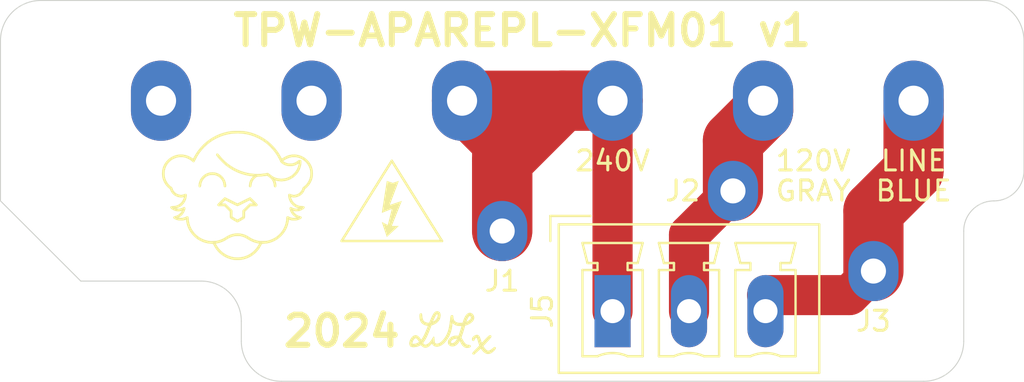
<source format=kicad_pcb>
(kicad_pcb (version 20171130) (host pcbnew "(5.1.10)-1")

  (general
    (thickness 1.6)
    (drawings 19)
    (tracks 17)
    (zones 0)
    (modules 8)
    (nets 4)
  )

  (page A4)
  (layers
    (0 F.Cu signal)
    (31 B.Cu signal)
    (32 B.Adhes user)
    (33 F.Adhes user)
    (34 B.Paste user)
    (35 F.Paste user)
    (36 B.SilkS user)
    (37 F.SilkS user)
    (38 B.Mask user)
    (39 F.Mask user)
    (40 Dwgs.User user)
    (41 Cmts.User user)
    (42 Eco1.User user)
    (43 Eco2.User user)
    (44 Edge.Cuts user)
    (45 Margin user)
    (46 B.CrtYd user)
    (47 F.CrtYd user)
    (48 B.Fab user hide)
    (49 F.Fab user hide)
  )

  (setup
    (last_trace_width 0.25)
    (user_trace_width 0.25)
    (user_trace_width 0.4)
    (user_trace_width 0.5)
    (user_trace_width 0.6)
    (user_trace_width 0.7)
    (user_trace_width 0.75)
    (user_trace_width 1)
    (user_trace_width 1.2)
    (user_trace_width 2)
    (user_trace_width 2.54)
    (user_trace_width 3)
    (user_trace_width 5)
    (user_trace_width 7)
    (user_trace_width 10)
    (trace_clearance 0.2)
    (zone_clearance 0.508)
    (zone_45_only no)
    (trace_min 0.127)
    (via_size 0.8)
    (via_drill 0.4)
    (via_min_size 0.508)
    (via_min_drill 0.254)
    (user_via 0.508 0.254)
    (user_via 0.6 0.3)
    (user_via 0.7 0.3)
    (user_via 0.75 0.3)
    (user_via 0.8 0.35)
    (user_via 0.9 0.425)
    (user_via 1 0.5)
    (user_via 1.25 0.6)
    (user_via 1.5 0.8)
    (uvia_size 0.3)
    (uvia_drill 0.1)
    (uvias_allowed no)
    (uvia_min_size 0.3)
    (uvia_min_drill 0.1)
    (edge_width 0.05)
    (segment_width 0.2)
    (pcb_text_width 0.3)
    (pcb_text_size 1.5 1.5)
    (mod_edge_width 0.12)
    (mod_text_size 1 1)
    (mod_text_width 0.15)
    (pad_size 2.5 3)
    (pad_drill 1.25)
    (pad_to_mask_clearance 0.051)
    (solder_mask_min_width 0.25)
    (aux_axis_origin 0 0)
    (visible_elements 7FFFFF7F)
    (pcbplotparams
      (layerselection 0x010fc_ffffffff)
      (usegerberextensions false)
      (usegerberattributes false)
      (usegerberadvancedattributes false)
      (creategerberjobfile false)
      (excludeedgelayer true)
      (linewidth 0.100000)
      (plotframeref false)
      (viasonmask false)
      (mode 1)
      (useauxorigin false)
      (hpglpennumber 1)
      (hpglpenspeed 20)
      (hpglpendiameter 15.000000)
      (psnegative false)
      (psa4output false)
      (plotreference true)
      (plotvalue true)
      (plotinvisibletext false)
      (padsonsilk false)
      (subtractmaskfromsilk false)
      (outputformat 1)
      (mirror false)
      (drillshape 1)
      (scaleselection 1)
      (outputdirectory ""))
  )

  (net 0 "")
  (net 1 "Net-(J3-Pad1)")
  (net 2 "Net-(J2-Pad1)")
  (net 3 "Net-(J1-Pad1)")

  (net_class Default "This is the default net class."
    (clearance 0.2)
    (trace_width 0.25)
    (via_dia 0.8)
    (via_drill 0.4)
    (uvia_dia 0.3)
    (uvia_drill 0.1)
    (add_net "Net-(J1-Pad1)")
    (add_net "Net-(J2-Pad1)")
    (add_net "Net-(J3-Pad1)")
  )

  (net_class 120VAC ""
    (clearance 3.250001)
    (trace_width 0.325)
    (via_dia 0.8)
    (via_drill 0.4)
    (uvia_dia 0.3)
    (uvia_drill 0.1)
    (diff_pair_width 0.25)
    (diff_pair_gap 3.250001)
  )

  (net_class 12V ""
    (clearance 0.2)
    (trace_width 0.25)
    (via_dia 0.8)
    (via_drill 0.4)
    (uvia_dia 0.3)
    (uvia_drill 0.1)
    (diff_pair_width 0.175)
    (diff_pair_gap 0.175)
  )

  (net_class 240VAC ""
    (clearance 12.75)
    (trace_width 0.35)
    (via_dia 0.8)
    (via_drill 0.4)
    (uvia_dia 0.3)
    (uvia_drill 0.1)
    (diff_pair_width 0.275)
    (diff_pair_gap 12.75)
  )

  (net_class 24V ""
    (clearance 0.25)
    (trace_width 0.275)
    (via_dia 0.8)
    (via_drill 0.4)
    (uvia_dia 0.3)
    (uvia_drill 0.1)
  )

  (net_class 48V ""
    (clearance 0.6)
    (trace_width 0.3)
    (via_dia 0.8)
    (via_drill 0.4)
    (uvia_dia 0.3)
    (uvia_drill 0.1)
    (diff_pair_width 0.225)
    (diff_pair_gap 0.4)
  )

  (net_class Diff_100_Ohm_Outer ""
    (clearance 0.1524)
    (trace_width 0.175006)
    (via_dia 0.508)
    (via_drill 0.254)
    (uvia_dia 0.3)
    (uvia_drill 0.1)
    (diff_pair_width 0.175006)
    (diff_pair_gap 0.1524)
  )

  (net_class SE_50_Ohm_Outer ""
    (clearance 0.29337)
    (trace_width 0.29337)
    (via_dia 0.508)
    (via_drill 0.254)
    (uvia_dia 0.3)
    (uvia_drill 0.1)
    (diff_pair_width 0.29337)
    (diff_pair_gap 0.29337)
  )

  (module TPW-Decorative:webster-face (layer F.Cu) (tedit 0) (tstamp 65D3A53A)
    (at 40.9 39.7)
    (path /65D38DDE)
    (fp_text reference G?1 (at 0 0) (layer F.SilkS) hide
      (effects (font (size 1.524 1.524) (thickness 0.3)))
    )
    (fp_text value WebsterFace (at 0.75 0) (layer F.SilkS) hide
      (effects (font (size 1.524 1.524) (thickness 0.3)))
    )
    (fp_poly (pts (xy -1.235895 -1.119585) (xy -1.135598 -1.097215) (xy -1.041341 -1.060394) (xy -0.953916 -1.0095)
      (xy -0.874119 -0.944911) (xy -0.807646 -0.873125) (xy -0.75488 -0.797213) (xy -0.712027 -0.713397)
      (xy -0.68046 -0.62527) (xy -0.66155 -0.536426) (xy -0.656625 -0.4776) (xy -0.656109 -0.444644)
      (xy -0.657279 -0.423561) (xy -0.660966 -0.410374) (xy -0.667997 -0.401104) (xy -0.673583 -0.396241)
      (xy -0.699811 -0.3833) (xy -0.728144 -0.382272) (xy -0.752963 -0.392983) (xy -0.759243 -0.398859)
      (xy -0.76816 -0.413601) (xy -0.775361 -0.437165) (xy -0.781583 -0.472371) (xy -0.784565 -0.49526)
      (xy -0.799444 -0.580946) (xy -0.823058 -0.655952) (xy -0.857105 -0.723834) (xy -0.903289 -0.788145)
      (xy -0.948532 -0.837812) (xy -0.984137 -0.872081) (xy -1.015876 -0.897941) (xy -1.049483 -0.919623)
      (xy -1.084959 -0.938511) (xy -1.152388 -0.968414) (xy -1.21601 -0.987619) (xy -1.281548 -0.997336)
      (xy -1.354724 -0.998773) (xy -1.36801 -0.998294) (xy -1.462218 -0.987413) (xy -1.548569 -0.962873)
      (xy -1.627963 -0.924259) (xy -1.7013 -0.871155) (xy -1.755073 -0.819194) (xy -1.812875 -0.745234)
      (xy -1.857001 -0.66357) (xy -1.886941 -0.575365) (xy -1.90205 -0.48344) (xy -1.90771 -0.439622)
      (xy -1.916992 -0.409508) (xy -1.931194 -0.3911) (xy -1.951612 -0.382398) (xy -1.9685 -0.381)
      (xy -1.993426 -0.384327) (xy -2.010994 -0.396537) (xy -2.015549 -0.401914) (xy -2.02556 -0.419603)
      (xy -2.030738 -0.442719) (xy -2.031154 -0.473823) (xy -2.026879 -0.515474) (xy -2.019939 -0.559214)
      (xy -1.994512 -0.65975) (xy -1.954494 -0.754239) (xy -1.900199 -0.842092) (xy -1.83194 -0.922722)
      (xy -1.817987 -0.936625) (xy -1.738383 -1.003305) (xy -1.651602 -1.055893) (xy -1.55816 -1.094181)
      (xy -1.458574 -1.117964) (xy -1.35336 -1.127034) (xy -1.341438 -1.127125) (xy -1.235895 -1.119585)) (layer F.SilkS) (width 0.01))
    (fp_poly (pts (xy 0.5513 0.123318) (xy 0.568863 0.136446) (xy 0.59478 0.158984) (xy 0.629645 0.191472)
      (xy 0.67405 0.23445) (xy 0.728589 0.288457) (xy 0.736006 0.295868) (xy 0.788412 0.348406)
      (xy 0.830382 0.391103) (xy 0.862756 0.425297) (xy 0.886374 0.452323) (xy 0.902075 0.473517)
      (xy 0.910698 0.490215) (xy 0.913082 0.503753) (xy 0.910067 0.515468) (xy 0.902493 0.526694)
      (xy 0.891198 0.538769) (xy 0.88961 0.540361) (xy 0.866408 0.563563) (xy 0.559423 0.563563)
      (xy 0.422586 0.700567) (xy 0.28575 0.837572) (xy 0.28575 0.98852) (xy 0.285518 1.043813)
      (xy 0.284722 1.085397) (xy 0.283206 1.115434) (xy 0.280816 1.136084) (xy 0.277398 1.149509)
      (xy 0.273758 1.156588) (xy 0.262297 1.167188) (xy 0.239519 1.183732) (xy 0.207771 1.204835)
      (xy 0.169401 1.229112) (xy 0.126754 1.255181) (xy 0.082179 1.281656) (xy 0.038022 1.307153)
      (xy -0.00337 1.330288) (xy -0.039649 1.349677) (xy -0.068469 1.363935) (xy -0.087482 1.371679)
      (xy -0.092625 1.372674) (xy -0.107536 1.368166) (xy -0.134611 1.355402) (xy -0.17281 1.334938)
      (xy -0.221094 1.307331) (xy -0.277813 1.273507) (xy -0.324284 1.244991) (xy -0.366763 1.218277)
      (xy -0.40316 1.194733) (xy -0.431386 1.175723) (xy -0.449352 1.162614) (xy -0.454422 1.158048)
      (xy -0.459321 1.150435) (xy -0.462931 1.139625) (xy -0.465442 1.123319) (xy -0.467044 1.099213)
      (xy -0.467926 1.065006) (xy -0.468277 1.018397) (xy -0.468313 0.989239) (xy -0.468313 0.837236)
      (xy -0.605318 0.700399) (xy -0.742322 0.563563) (xy -1.048972 0.563563) (xy -1.073102 0.539432)
      (xy -1.08433 0.527316) (xy -1.091722 0.515829) (xy -1.094441 0.503661) (xy -1.091647 0.489504)
      (xy -1.082503 0.472051) (xy -1.06617 0.449992) (xy -1.054476 0.436563) (xy -0.876824 0.436563)
      (xy -0.686996 0.436563) (xy -0.514154 0.609404) (xy -0.341313 0.782245) (xy -0.341313 1.086448)
      (xy -0.216362 1.161631) (xy -0.176552 1.185354) (xy -0.14154 1.20578) (xy -0.113531 1.221658)
      (xy -0.094731 1.231738) (xy -0.087377 1.234791) (xy -0.079606 1.230214) (xy -0.060513 1.218753)
      (xy -0.032344 1.201762) (xy 0.002652 1.180597) (xy 0.037703 1.159359) (xy 0.15875 1.08595)
      (xy 0.15875 0.782245) (xy 0.504432 0.436563) (xy 0.69426 0.436563) (xy 0.52138 0.263145)
      (xy 0.221043 0.413354) (xy 0.156796 0.445348) (xy 0.096692 0.475014) (xy 0.042266 0.501614)
      (xy -0.004945 0.524409) (xy -0.043406 0.542659) (xy -0.07158 0.555628) (xy -0.087932 0.562575)
      (xy -0.091282 0.563563) (xy -0.100739 0.56011) (xy -0.122833 0.550244) (xy -0.156028 0.534704)
      (xy -0.198788 0.514228) (xy -0.249577 0.489554) (xy -0.30686 0.461423) (xy -0.369101 0.430571)
      (xy -0.403606 0.413354) (xy -0.703943 0.263145) (xy -0.790383 0.349854) (xy -0.876824 0.436563)
      (xy -1.054476 0.436563) (xy -1.041809 0.422019) (xy -1.008582 0.386824) (xy -0.965651 0.343099)
      (xy -0.91435 0.291703) (xy -0.862494 0.240227) (xy -0.820531 0.199291) (xy -0.787402 0.167947)
      (xy -0.762044 0.145244) (xy -0.743398 0.130234) (xy -0.730402 0.121967) (xy -0.721996 0.119493)
      (xy -0.721948 0.119494) (xy -0.710896 0.123064) (xy -0.687261 0.133092) (xy -0.652609 0.148837)
      (xy -0.608506 0.169557) (xy -0.556519 0.194513) (xy -0.498213 0.222962) (xy -0.435155 0.254164)
      (xy -0.396877 0.273303) (xy -0.091284 0.426681) (xy 0.216256 0.272872) (xy 0.281512 0.240434)
      (xy 0.342856 0.210325) (xy 0.398736 0.183276) (xy 0.447602 0.160022) (xy 0.487902 0.141296)
      (xy 0.518085 0.127832) (xy 0.536602 0.120362) (xy 0.541498 0.119063) (xy 0.5513 0.123318)) (layer F.SilkS) (width 0.01))
    (fp_poly (pts (xy 0.012964 -3.193345) (xy 0.089369 -3.19105) (xy 0.157684 -3.186917) (xy 0.221785 -3.18054)
      (xy 0.285549 -3.171511) (xy 0.352851 -3.159426) (xy 0.427568 -3.143875) (xy 0.448568 -3.139241)
      (xy 0.634463 -3.0898) (xy 0.815016 -3.025741) (xy 0.989474 -2.947643) (xy 1.157088 -2.856085)
      (xy 1.317107 -2.751644) (xy 1.468779 -2.6349) (xy 1.611354 -2.506431) (xy 1.74408 -2.366816)
      (xy 1.866208 -2.216633) (xy 1.976986 -2.056461) (xy 2.075663 -1.886878) (xy 2.076888 -1.884566)
      (xy 2.099144 -1.844461) (xy 2.115781 -1.818843) (xy 2.126719 -1.807827) (xy 2.129925 -1.807761)
      (xy 2.140089 -1.814443) (xy 2.160253 -1.82778) (xy 2.187196 -1.845642) (xy 2.209092 -1.860177)
      (xy 2.312417 -1.919622) (xy 2.420532 -1.964562) (xy 2.532101 -1.995139) (xy 2.645788 -2.011496)
      (xy 2.760257 -2.013774) (xy 2.874172 -2.002113) (xy 2.986198 -1.976655) (xy 3.094997 -1.937543)
      (xy 3.199235 -1.884917) (xy 3.297575 -1.818919) (xy 3.388682 -1.73969) (xy 3.393672 -1.734735)
      (xy 3.475852 -1.641906) (xy 3.543754 -1.542201) (xy 3.597223 -1.435997) (xy 3.636103 -1.323669)
      (xy 3.66024 -1.205593) (xy 3.669477 -1.082145) (xy 3.669577 -1.067594) (xy 3.663472 -0.951083)
      (xy 3.644656 -0.841666) (xy 3.612372 -0.736829) (xy 3.565868 -0.634057) (xy 3.511983 -0.542408)
      (xy 3.473747 -0.489328) (xy 3.427447 -0.434158) (xy 3.37759 -0.381832) (xy 3.328681 -0.337288)
      (xy 3.313959 -0.325479) (xy 3.282159 -0.296778) (xy 3.264159 -0.269944) (xy 3.261614 -0.263264)
      (xy 3.226902 -0.180763) (xy 3.179617 -0.105927) (xy 3.121438 -0.039773) (xy 3.054044 0.016681)
      (xy 2.979114 0.062421) (xy 2.898327 0.096427) (xy 2.813362 0.117685) (xy 2.725897 0.125176)
      (xy 2.637611 0.117884) (xy 2.633492 0.117165) (xy 2.572203 0.106199) (xy 2.576948 0.126521)
      (xy 2.605474 0.214131) (xy 2.648544 0.296303) (xy 2.705336 0.371576) (xy 2.729825 0.39755)
      (xy 2.79665 0.456034) (xy 2.867267 0.500808) (xy 2.943796 0.532767) (xy 3.028361 0.552806)
      (xy 3.118942 0.561655) (xy 3.160781 0.563662) (xy 3.189872 0.565927) (xy 3.20934 0.569051)
      (xy 3.222308 0.573634) (xy 3.231899 0.580278) (xy 3.236021 0.584174) (xy 3.252168 0.608784)
      (xy 3.252807 0.634982) (xy 3.237873 0.662958) (xy 3.207301 0.692905) (xy 3.19643 0.701299)
      (xy 3.131974 0.742621) (xy 3.060607 0.777524) (xy 3.012281 0.795417) (xy 2.967024 0.805988)
      (xy 2.913114 0.812705) (xy 2.854999 0.81556) (xy 2.797125 0.814541) (xy 2.743941 0.809639)
      (xy 2.699895 0.800843) (xy 2.685667 0.796169) (xy 2.679574 0.797611) (xy 2.682366 0.808879)
      (xy 2.69263 0.827716) (xy 2.708955 0.851863) (xy 2.729931 0.879063) (xy 2.754144 0.907059)
      (xy 2.756793 0.909926) (xy 2.809815 0.959217) (xy 2.869448 1.001392) (xy 2.931878 1.034235)
      (xy 2.99329 1.055529) (xy 3.015163 1.060065) (xy 3.055794 1.069411) (xy 3.082715 1.082668)
      (xy 3.097931 1.101492) (xy 3.103445 1.127535) (xy 3.103562 1.133024) (xy 3.101551 1.151334)
      (xy 3.093939 1.166435) (xy 3.078359 1.180497) (xy 3.052444 1.195692) (xy 3.01625 1.213082)
      (xy 2.965298 1.235453) (xy 2.921972 1.251655) (xy 2.881745 1.262618) (xy 2.840091 1.269269)
      (xy 2.792482 1.272537) (xy 2.734392 1.273349) (xy 2.722562 1.273307) (xy 2.659517 1.271941)
      (xy 2.608317 1.268176) (xy 2.565028 1.261382) (xy 2.52572 1.250926) (xy 2.48646 1.236176)
      (xy 2.483428 1.234888) (xy 2.47621 1.234189) (xy 2.471301 1.241493) (xy 2.467569 1.259668)
      (xy 2.464905 1.281733) (xy 2.452681 1.360424) (xy 2.432738 1.446632) (xy 2.406665 1.535013)
      (xy 2.376051 1.620226) (xy 2.342486 1.696929) (xy 2.339692 1.702594) (xy 2.269135 1.827143)
      (xy 2.186723 1.942078) (xy 2.09348 2.046725) (xy 1.990425 2.140412) (xy 1.87858 2.222466)
      (xy 1.758967 2.292215) (xy 1.632607 2.348986) (xy 1.500521 2.392108) (xy 1.36373 2.420907)
      (xy 1.228165 2.434492) (xy 1.126798 2.439224) (xy 1.075009 2.539846) (xy 1.003113 2.662583)
      (xy 0.918829 2.77626) (xy 0.823236 2.879934) (xy 0.717416 2.972664) (xy 0.602447 3.053506)
      (xy 0.47941 3.12152) (xy 0.349385 3.175762) (xy 0.343882 3.177692) (xy 0.213046 3.215865)
      (xy 0.079161 3.240812) (xy -0.054851 3.252187) (xy -0.186068 3.249646) (xy -0.230188 3.245475)
      (xy -0.372017 3.221433) (xy -0.508926 3.182848) (xy -0.639909 3.130412) (xy -0.763959 3.064815)
      (xy -0.880073 2.986748) (xy -0.987243 2.896901) (xy -1.084465 2.795966) (xy -1.170732 2.684632)
      (xy -1.24504 2.563591) (xy -1.257563 2.539864) (xy -1.309362 2.439224) (xy -1.410728 2.434661)
      (xy -1.464902 2.429194) (xy -1.174818 2.429194) (xy -1.151787 2.474675) (xy -1.137254 2.501262)
      (xy -1.116996 2.535587) (xy -1.094235 2.572275) (xy -1.081019 2.592729) (xy -1.000817 2.700604)
      (xy -0.909801 2.797653) (xy -0.809188 2.883302) (xy -0.700195 2.956973) (xy -0.584038 3.01809)
      (xy -0.461932 3.066078) (xy -0.335094 3.100361) (xy -0.20474 3.120361) (xy -0.072087 3.125504)
      (xy 0.030078 3.119061) (xy 0.16711 3.096559) (xy 0.298277 3.059545) (xy 0.422804 3.008542)
      (xy 0.539915 2.944072) (xy 0.648838 2.866661) (xy 0.748797 2.776831) (xy 0.839017 2.675107)
      (xy 0.918725 2.562011) (xy 0.960585 2.49002) (xy 0.976138 2.460891) (xy 0.984792 2.44281)
      (xy 0.987195 2.432862) (xy 0.98399 2.428128) (xy 0.975824 2.425689) (xy 0.974863 2.425481)
      (xy 0.958734 2.422171) (xy 0.931973 2.416847) (xy 0.899538 2.410493) (xy 0.889 2.408447)
      (xy 0.776133 2.379825) (xy 0.660644 2.337632) (xy 0.545548 2.283139) (xy 0.433859 2.217614)
      (xy 0.430401 2.215366) (xy 0.334266 2.157679) (xy 0.242497 2.113138) (xy 0.152599 2.080572)
      (xy 0.128633 2.073764) (xy 0.098831 2.066162) (xy 0.072501 2.060676) (xy 0.046037 2.056969)
      (xy 0.015831 2.0547) (xy -0.021722 2.053531) (xy -0.07023 2.053122) (xy -0.091282 2.053096)
      (xy -0.14421 2.053274) (xy -0.184868 2.05406) (xy -0.216862 2.055805) (xy -0.243794 2.058861)
      (xy -0.269268 2.063577) (xy -0.296889 2.070306) (xy -0.313253 2.074704) (xy -0.398244 2.102491)
      (xy -0.482299 2.139592) (xy -0.569096 2.187732) (xy -0.612964 2.215366) (xy -0.730982 2.284861)
      (xy -0.85153 2.341414) (xy -0.972474 2.384128) (xy -1.071563 2.408415) (xy -1.104668 2.414884)
      (xy -1.133571 2.420606) (xy -1.153355 2.424605) (xy -1.156925 2.425355) (xy -1.174818 2.429194)
      (xy -1.464902 2.429194) (xy -1.55141 2.420464) (xy -1.689058 2.390851) (xy -1.822864 2.346127)
      (xy -1.952024 2.286593) (xy -2.075729 2.212554) (xy -2.155032 2.155081) (xy -2.236169 2.084812)
      (xy -2.315556 2.002731) (xy -2.389921 1.912829) (xy -2.455992 1.819093) (xy -2.5105 1.725512)
      (xy -2.515695 1.715308) (xy -2.553951 1.630532) (xy -2.587878 1.538752) (xy -2.615956 1.444962)
      (xy -2.636661 1.354155) (xy -2.647266 1.283623) (xy -2.652672 1.233143) (xy -2.717383 1.253026)
      (xy -2.74491 1.260931) (xy -2.770018 1.266466) (xy -2.796617 1.270054) (xy -2.82862 1.272119)
      (xy -2.869937 1.273082) (xy -2.905125 1.273324) (xy -2.966929 1.272677) (xy -3.017335 1.269674)
      (xy -3.060755 1.263416) (xy -3.101601 1.253005) (xy -3.144284 1.237545) (xy -3.193214 1.216136)
      (xy -3.198813 1.213544) (xy -3.236431 1.195196) (xy -3.261576 1.180118) (xy -3.276643 1.166006)
      (xy -3.284025 1.150559) (xy -3.286115 1.131476) (xy -3.286125 1.129577) (xy -3.278903 1.100357)
      (xy -3.258993 1.078355) (xy -3.232749 1.067338) (xy -3.189162 1.057715) (xy -3.155981 1.048954)
      (xy -3.127943 1.039357) (xy -3.099788 1.027226) (xy -3.081986 1.018681) (xy -3.028602 0.986638)
      (xy -2.97507 0.94424) (xy -2.926566 0.89609) (xy -2.888265 0.846787) (xy -2.887781 0.846041)
      (xy -2.873109 0.822711) (xy -2.862967 0.805328) (xy -2.85939 0.797396) (xy -2.859449 0.797274)
      (xy -2.86761 0.797851) (xy -2.887038 0.80114) (xy -2.913063 0.806333) (xy -2.969944 0.814301)
      (xy -3.034263 0.816803) (xy -3.098561 0.813851) (xy -3.153046 0.805959) (xy -3.201243 0.792086)
      (xy -3.255561 0.77058) (xy -3.310094 0.744171) (xy -3.358934 0.715585) (xy -3.378994 0.701612)
      (xy -3.413725 0.670921) (xy -3.432849 0.642395) (xy -3.436451 0.615788) (xy -3.424613 0.59085)
      (xy -3.418584 0.584174) (xy -3.409496 0.576386) (xy -3.398463 0.570933) (xy -3.382361 0.567215)
      (xy -3.358067 0.564631) (xy -3.322456 0.562581) (xy -3.301506 0.561655) (xy -3.207245 0.552203)
      (xy -3.123054 0.531689) (xy -3.046811 0.499219) (xy -2.976393 0.453896) (xy -2.912388 0.39755)
      (xy -2.850697 0.325218) (xy -2.80242 0.245444) (xy -2.768382 0.159689) (xy -2.759512 0.126521)
      (xy -2.754766 0.106199) (xy -2.816055 0.117165) (xy -2.903911 0.125089) (xy -2.991176 0.11821)
      (xy -3.076146 0.097558) (xy -3.157118 0.064165) (xy -3.232388 0.019064) (xy -3.300253 -0.036714)
      (xy -3.359008 -0.102137) (xy -3.406951 -0.176174) (xy -3.442377 -0.257792) (xy -3.444183 -0.263264)
      (xy -3.458842 -0.289775) (xy -3.48678 -0.317677) (xy -3.496681 -0.325601) (xy -3.538766 -0.36164)
      (xy -3.584399 -0.406707) (xy -3.629147 -0.456104) (xy -3.66858 -0.505134) (xy -3.67709 -0.516787)
      (xy -3.74211 -0.620928) (xy -3.792053 -0.729981) (xy -3.826972 -0.84411) (xy -3.846918 -0.963478)
      (xy -3.85214 -1.067594) (xy -3.849947 -1.104137) (xy -3.72563 -1.104137) (xy -3.723834 -0.99351)
      (xy -3.707163 -0.884405) (xy -3.698138 -0.848337) (xy -3.679507 -0.792579) (xy -3.653571 -0.730905)
      (xy -3.623239 -0.669428) (xy -3.591419 -0.614261) (xy -3.575248 -0.590093) (xy -3.541194 -0.546745)
      (xy -3.500353 -0.501536) (xy -3.456914 -0.458685) (xy -3.415064 -0.422412) (xy -3.391364 -0.404812)
      (xy -3.368121 -0.388068) (xy -3.352181 -0.372807) (xy -3.340634 -0.354637) (xy -3.330571 -0.32917)
      (xy -3.321088 -0.298763) (xy -3.293689 -0.233464) (xy -3.252873 -0.172549) (xy -3.200919 -0.118032)
      (xy -3.140107 -0.071925) (xy -3.072718 -0.036242) (xy -3.00103 -0.012998) (xy -2.996407 -0.011993)
      (xy -2.916618 -0.001769) (xy -2.840549 -0.006169) (xy -2.765087 -0.025484) (xy -2.736693 -0.036472)
      (xy -2.702473 -0.049441) (xy -2.678008 -0.054322) (xy -2.659354 -0.051056) (xy -2.642571 -0.039582)
      (xy -2.637733 -0.034954) (xy -2.627843 -0.024187) (xy -2.622067 -0.013539) (xy -2.619679 0.001081)
      (xy -2.619952 0.023763) (xy -2.621864 0.054343) (xy -2.636314 0.151475) (xy -2.66538 0.246296)
      (xy -2.707824 0.33652) (xy -2.762408 0.419864) (xy -2.827894 0.494045) (xy -2.888398 0.546085)
      (xy -2.945778 0.585402) (xy -3.005676 0.619476) (xy -3.063496 0.645897) (xy -3.105547 0.660005)
      (xy -3.127288 0.666761) (xy -3.140912 0.672856) (xy -3.143251 0.675295) (xy -3.135781 0.680509)
      (xy -3.115233 0.684953) (xy -3.084398 0.688276) (xy -3.046068 0.690122) (xy -3.024188 0.690381)
      (xy -2.969963 0.687342) (xy -2.918787 0.677349) (xy -2.865585 0.659069) (xy -2.812285 0.634681)
      (xy -2.78086 0.619412) (xy -2.759792 0.610644) (xy -2.745407 0.607453) (xy -2.734029 0.608913)
      (xy -2.724879 0.612687) (xy -2.705298 0.627714) (xy -2.691832 0.646255) (xy -2.687052 0.658607)
      (xy -2.685678 0.671771) (xy -2.688131 0.689607) (xy -2.694833 0.715972) (xy -2.702239 0.741433)
      (xy -2.737659 0.834735) (xy -2.785685 0.920219) (xy -2.845168 0.996407) (xy -2.914961 1.061825)
      (xy -2.992116 1.113985) (xy -3.03545 1.138454) (xy -3.004022 1.145308) (xy -2.982905 1.147843)
      (xy -2.950868 1.149243) (xy -2.912834 1.14937) (xy -2.885282 1.148629) (xy -2.818083 1.142518)
      (xy -2.754969 1.130313) (xy -2.699406 1.112947) (xy -2.654858 1.091349) (xy -2.643524 1.083717)
      (xy -2.611541 1.067164) (xy -2.581265 1.064856) (xy -2.554973 1.076817) (xy -2.548643 1.082719)
      (xy -2.539875 1.094124) (xy -2.534148 1.108396) (xy -2.530592 1.129399) (xy -2.528339 1.160998)
      (xy -2.527668 1.175984) (xy -2.514467 1.309561) (xy -2.486462 1.439141) (xy -2.444442 1.563691)
      (xy -2.389193 1.682179) (xy -2.321506 1.793571) (xy -2.242167 1.896834) (xy -2.151964 1.990935)
      (xy -2.051685 2.074841) (xy -1.942119 2.147518) (xy -1.824054 2.207935) (xy -1.706563 2.252453)
      (xy -1.644434 2.270406) (xy -1.578095 2.28647) (xy -1.514564 2.299047) (xy -1.476375 2.304815)
      (xy -1.441495 2.307312) (xy -1.394892 2.307984) (xy -1.34059 2.307029) (xy -1.282611 2.304644)
      (xy -1.224978 2.301027) (xy -1.171716 2.296374) (xy -1.126846 2.290882) (xy -1.101733 2.286464)
      (xy -0.969751 2.250387) (xy -0.842759 2.199661) (xy -0.719776 2.133867) (xy -0.670719 2.102729)
      (xy -0.610508 2.064205) (xy -0.557098 2.033679) (xy -0.505411 2.008617) (xy -0.450372 1.986481)
      (xy -0.408882 1.971954) (xy -0.291019 1.940731) (xy -0.169336 1.924139) (xy -0.046171 1.92218)
      (xy 0.076139 1.934852) (xy 0.195254 1.962156) (xy 0.226319 1.971954) (xy 0.287698 1.994037)
      (xy 0.342245 2.01749) (xy 0.39523 2.044935) (xy 0.451927 2.078991) (xy 0.485475 2.100743)
      (xy 0.605523 2.172041) (xy 0.727877 2.228405) (xy 0.854739 2.270773) (xy 0.923223 2.287587)
      (xy 0.955947 2.294128) (xy 0.987205 2.298884) (xy 1.020573 2.302125) (xy 1.059626 2.304122)
      (xy 1.107937 2.305147) (xy 1.158875 2.305456) (xy 1.236131 2.304541) (xy 1.302113 2.301015)
      (xy 1.361299 2.294214) (xy 1.418171 2.283468) (xy 1.477208 2.268113) (xy 1.538414 2.248968)
      (xy 1.66173 2.199984) (xy 1.777633 2.137705) (xy 1.885256 2.063229) (xy 1.983732 1.977652)
      (xy 2.072193 1.882071) (xy 2.149772 1.777585) (xy 2.215602 1.66529) (xy 2.268816 1.546284)
      (xy 2.308546 1.421664) (xy 2.333925 1.292528) (xy 2.340345 1.234281) (xy 2.343372 1.196292)
      (xy 2.345813 1.162091) (xy 2.34737 1.136053) (xy 2.347781 1.124521) (xy 2.354966 1.098205)
      (xy 2.373185 1.076732) (xy 2.397857 1.064736) (xy 2.408003 1.063625) (xy 2.430003 1.068165)
      (xy 2.454597 1.079429) (xy 2.460198 1.082994) (xy 2.506444 1.107844) (xy 2.564041 1.127794)
      (xy 2.628918 1.141726) (xy 2.697007 1.14852) (xy 2.69875 1.148591) (xy 2.737991 1.149333)
      (xy 2.775394 1.148695) (xy 2.805542 1.146829) (xy 2.817658 1.145229) (xy 2.853224 1.138644)
      (xy 2.809625 1.114039) (xy 2.731615 1.061074) (xy 2.662353 0.995851) (xy 2.603252 0.920192)
      (xy 2.555723 0.835915) (xy 2.521179 0.744842) (xy 2.519944 0.740585) (xy 2.510293 0.705484)
      (xy 2.505117 0.681686) (xy 2.504006 0.665391) (xy 2.50655 0.652798) (xy 2.509675 0.645407)
      (xy 2.524855 0.62546) (xy 2.542316 0.612687) (xy 2.553932 0.608231) (xy 2.565708 0.607711)
      (xy 2.581336 0.612043) (xy 2.60451 0.622141) (xy 2.629556 0.63429) (xy 2.697423 0.663765)
      (xy 2.75986 0.681913) (xy 2.821261 0.68988) (xy 2.845277 0.690475) (xy 2.884907 0.689446)
      (xy 2.919017 0.686748) (xy 2.944641 0.68277) (xy 2.958817 0.677903) (xy 2.960687 0.675295)
      (xy 2.953736 0.670437) (xy 2.93601 0.663874) (xy 2.922984 0.660122) (xy 2.89789 0.651813)
      (xy 2.864906 0.638604) (xy 2.830184 0.623001) (xy 2.821711 0.6189) (xy 2.734811 0.567588)
      (xy 2.656862 0.504364) (xy 2.588975 0.430871) (xy 2.532264 0.348752) (xy 2.487841 0.259648)
      (xy 2.456818 0.165202) (xy 2.440307 0.067057) (xy 2.439301 0.054343) (xy 2.437259 0.020944)
      (xy 2.437226 -0.000722) (xy 2.439929 -0.014746) (xy 2.446093 -0.025218) (xy 2.45517 -0.034954)
      (xy 2.472132 -0.048708) (xy 2.489874 -0.054237) (xy 2.512338 -0.051601) (xy 2.543467 -0.040862)
      (xy 2.554129 -0.036472) (xy 2.60565 -0.018825) (xy 2.66165 -0.006235) (xy 2.714266 -0.000362)
      (xy 2.726004 -0.000138) (xy 2.772566 -0.004295) (xy 2.825815 -0.015299) (xy 2.879046 -0.031475)
      (xy 2.921 -0.048875) (xy 2.972179 -0.080165) (xy 3.021493 -0.121903) (xy 3.066322 -0.17087)
      (xy 3.10405 -0.223846) (xy 3.132059 -0.277612) (xy 3.147461 -0.327443) (xy 3.150575 -0.341213)
      (xy 3.155553 -0.353119) (xy 3.16439 -0.365324) (xy 3.179083 -0.379989) (xy 3.201627 -0.399277)
      (xy 3.234018 -0.425349) (xy 3.2483 -0.436674) (xy 3.321153 -0.503919) (xy 3.386465 -0.583792)
      (xy 3.442571 -0.674173) (xy 3.457089 -0.702469) (xy 3.502039 -0.810785) (xy 3.531134 -0.919875)
      (xy 3.544374 -1.029724) (xy 3.541756 -1.140317) (xy 3.523281 -1.251639) (xy 3.496768 -1.342111)
      (xy 3.456298 -1.437589) (xy 3.403664 -1.525947) (xy 3.337523 -1.609217) (xy 3.282812 -1.665239)
      (xy 3.196846 -1.736434) (xy 3.102682 -1.794345) (xy 2.999588 -1.839377) (xy 2.924968 -1.862593)
      (xy 2.891388 -1.871036) (xy 2.862088 -1.876894) (xy 2.832729 -1.880619) (xy 2.79897 -1.882657)
      (xy 2.75647 -1.883458) (xy 2.722562 -1.883529) (xy 2.671712 -1.883121) (xy 2.632359 -1.881757)
      (xy 2.600132 -1.87898) (xy 2.57066 -1.874337) (xy 2.539574 -1.867374) (xy 2.520722 -1.862526)
      (xy 2.432217 -1.83315) (xy 2.34356 -1.792721) (xy 2.261543 -1.74446) (xy 2.239696 -1.729261)
      (xy 2.181486 -1.687075) (xy 2.203977 -1.668664) (xy 2.231232 -1.650206) (xy 2.268989 -1.629704)
      (xy 2.31245 -1.609353) (xy 2.35682 -1.591348) (xy 2.397301 -1.577886) (xy 2.409031 -1.574804)
      (xy 2.465036 -1.565631) (xy 2.52907 -1.561958) (xy 2.594266 -1.563786) (xy 2.65376 -1.571117)
      (xy 2.670968 -1.574743) (xy 2.734825 -1.595313) (xy 2.801124 -1.625972) (xy 2.863627 -1.66352)
      (xy 2.904756 -1.694697) (xy 2.930024 -1.715846) (xy 2.94814 -1.728739) (xy 2.964029 -1.735419)
      (xy 2.98262 -1.737929) (xy 3.008839 -1.738312) (xy 3.009928 -1.738313) (xy 3.045935 -1.736773)
      (xy 3.070274 -1.730479) (xy 3.085162 -1.716913) (xy 3.092816 -1.69356) (xy 3.095452 -1.657902)
      (xy 3.095599 -1.641078) (xy 3.089027 -1.54513) (xy 3.070044 -1.444508) (xy 3.039645 -1.343046)
      (xy 2.998822 -1.244574) (xy 2.986186 -1.219084) (xy 2.923385 -1.113725) (xy 2.849123 -1.018309)
      (xy 2.764674 -0.933414) (xy 2.671311 -0.859618) (xy 2.570307 -0.797499) (xy 2.462934 -0.747636)
      (xy 2.350466 -0.710607) (xy 2.234176 -0.686989) (xy 2.115336 -0.67736) (xy 1.99522 -0.682299)
      (xy 1.875101 -0.702384) (xy 1.85766 -0.706613) (xy 1.829199 -0.713335) (xy 1.80734 -0.717634)
      (xy 1.796034 -0.718756) (xy 1.795369 -0.718516) (xy 1.796304 -0.710093) (xy 1.801817 -0.691305)
      (xy 1.808995 -0.670912) (xy 1.820387 -0.634305) (xy 1.831244 -0.588764) (xy 1.840449 -0.540219)
      (xy 1.846884 -0.494594) (xy 1.849432 -0.457819) (xy 1.849437 -0.456437) (xy 1.843881 -0.420613)
      (xy 1.827814 -0.39567) (xy 1.802135 -0.382679) (xy 1.785937 -0.381) (xy 1.760871 -0.384549)
      (xy 1.742849 -0.396527) (xy 1.730575 -0.418934) (xy 1.722751 -0.45377) (xy 1.719486 -0.48344)
      (xy 1.707414 -0.560826) (xy 1.685147 -0.637829) (xy 1.661127 -0.694531) (xy 1.62968 -0.748365)
      (xy 1.5908 -0.797049) (xy 1.541472 -0.844021) (xy 1.503181 -0.874655) (xy 1.463671 -0.904787)
      (xy 1.434126 -0.926861) (xy 1.411461 -0.941867) (xy 1.392595 -0.95079) (xy 1.374443 -0.954617)
      (xy 1.353923 -0.954335) (xy 1.327952 -0.950931) (xy 1.293445 -0.945392) (xy 1.285875 -0.944211)
      (xy 1.243308 -0.938465) (xy 1.190159 -0.932523) (xy 1.131704 -0.926905) (xy 1.073218 -0.922135)
      (xy 1.039812 -0.919866) (xy 0.981386 -0.916034) (xy 0.935796 -0.911879) (xy 0.900025 -0.906234)
      (xy 0.871058 -0.897931) (xy 0.845877 -0.885801) (xy 0.821467 -0.868678) (xy 0.794811 -0.845392)
      (xy 0.762892 -0.814776) (xy 0.75927 -0.811243) (xy 0.703108 -0.746373) (xy 0.659935 -0.67371)
      (xy 0.629278 -0.592241) (xy 0.610663 -0.500957) (xy 0.60955 -0.492125) (xy 0.603488 -0.450422)
      (xy 0.596605 -0.421796) (xy 0.588154 -0.403449) (xy 0.584617 -0.398859) (xy 0.562108 -0.384429)
      (xy 0.534288 -0.381683) (xy 0.506773 -0.390794) (xy 0.498957 -0.396236) (xy 0.489546 -0.405332)
      (xy 0.484066 -0.41636) (xy 0.481603 -0.433428) (xy 0.481246 -0.460642) (xy 0.48148 -0.474872)
      (xy 0.490565 -0.560865) (xy 0.51358 -0.648114) (xy 0.5492 -0.733478) (xy 0.596099 -0.813816)
      (xy 0.652955 -0.885988) (xy 0.656495 -0.88982) (xy 0.690556 -0.926359) (xy 0.633012 -0.931274)
      (xy 0.57302 -0.938152) (xy 0.502564 -0.949125) (xy 0.426262 -0.96334) (xy 0.348735 -0.979945)
      (xy 0.282959 -0.995911) (xy 0.095283 -1.051689) (xy -0.084443 -1.120268) (xy -0.257591 -1.202323)
      (xy -0.425531 -1.29853) (xy -0.589636 -1.409562) (xy -0.650875 -1.455475) (xy -0.694314 -1.490781)
      (xy -0.742526 -1.533191) (xy -0.793986 -1.581081) (xy -0.84717 -1.632825) (xy -0.900553 -1.686799)
      (xy -0.95261 -1.741378) (xy -1.001817 -1.794937) (xy -1.046649 -1.845851) (xy -1.085581 -1.892497)
      (xy -1.11709 -1.933247) (xy -1.139649 -1.96648) (xy -1.150956 -1.988392) (xy -1.153626 -2.015698)
      (xy -1.142514 -2.04122) (xy -1.119542 -2.060863) (xy -1.116075 -2.062633) (xy -1.097745 -2.068239)
      (xy -1.079688 -2.06589) (xy -1.059997 -2.054302) (xy -1.036768 -2.032189) (xy -1.008095 -1.998266)
      (xy -0.994139 -1.980406) (xy -0.870057 -1.83206) (xy -0.734852 -1.694708) (xy -0.589344 -1.568889)
      (xy -0.434355 -1.455142) (xy -0.270708 -1.354006) (xy -0.099223 -1.266019) (xy 0.079278 -1.191721)
      (xy 0.263972 -1.13165) (xy 0.325024 -1.115324) (xy 0.469942 -1.084009) (xy 0.621746 -1.061263)
      (xy 0.775497 -1.047553) (xy 0.926258 -1.043344) (xy 1.045761 -1.04741) (xy 1.126893 -1.053724)
      (xy 1.204541 -1.06166) (xy 1.275308 -1.070796) (xy 1.335797 -1.080712) (xy 1.367876 -1.087348)
      (xy 1.401419 -1.093599) (xy 1.425577 -1.093201) (xy 1.445798 -1.085166) (xy 1.46643 -1.069466)
      (xy 1.48986 -1.050514) (xy 1.519131 -1.028739) (xy 1.539904 -1.014283) (xy 1.571472 -0.991853)
      (xy 1.605226 -0.965962) (xy 1.62359 -0.950895) (xy 1.665751 -0.920807) (xy 1.719946 -0.891249)
      (xy 1.782386 -0.864036) (xy 1.849282 -0.840985) (xy 1.858822 -0.838183) (xy 1.971253 -0.813789)
      (xy 2.083479 -0.80458) (xy 2.194283 -0.8099) (xy 2.302447 -0.829091) (xy 2.406755 -0.861498)
      (xy 2.505989 -0.906461) (xy 2.59893 -0.963326) (xy 2.684363 -1.031434) (xy 2.76107 -1.110129)
      (xy 2.827832 -1.198753) (xy 2.883434 -1.29665) (xy 2.926657 -1.403163) (xy 2.931064 -1.416844)
      (xy 2.941314 -1.45185) (xy 2.950152 -1.486089) (xy 2.955889 -1.512941) (xy 2.956399 -1.516062)
      (xy 2.960581 -1.541008) (xy 2.964563 -1.560904) (xy 2.96569 -1.56542) (xy 2.962514 -1.568969)
      (xy 2.948131 -1.563563) (xy 2.921979 -1.548949) (xy 2.902428 -1.536927) (xy 2.812073 -1.489381)
      (xy 2.716383 -1.456288) (xy 2.616989 -1.437838) (xy 2.515521 -1.434219) (xy 2.41361 -1.445619)
      (xy 2.320547 -1.469639) (xy 2.262087 -1.49231) (xy 2.205433 -1.520357) (xy 2.15292 -1.552103)
      (xy 2.106882 -1.585875) (xy 2.069654 -1.619998) (xy 2.043571 -1.652799) (xy 2.032528 -1.67618)
      (xy 2.024779 -1.697182) (xy 2.011642 -1.727856) (xy 1.995069 -1.7638) (xy 1.979942 -1.7948)
      (xy 1.887836 -1.960999) (xy 1.7831 -2.118064) (xy 1.666483 -2.265388) (xy 1.538735 -2.402364)
      (xy 1.400605 -2.528385) (xy 1.252842 -2.642844) (xy 1.096196 -2.745133) (xy 0.931416 -2.834645)
      (xy 0.759252 -2.910772) (xy 0.580454 -2.972909) (xy 0.49674 -2.996482) (xy 0.310871 -3.037066)
      (xy 0.124615 -3.062142) (xy -0.061217 -3.072028) (xy -0.245813 -3.067044) (xy -0.428363 -3.047511)
      (xy -0.608055 -3.013749) (xy -0.784079 -2.966079) (xy -0.955624 -2.904819) (xy -1.121878 -2.83029)
      (xy -1.28203 -2.742813) (xy -1.435269 -2.642708) (xy -1.580785 -2.530294) (xy -1.717766 -2.405892)
      (xy -1.845401 -2.269821) (xy -1.962879 -2.122403) (xy -2.053117 -1.990037) (xy -2.074599 -1.95439)
      (xy -2.100337 -1.909005) (xy -2.127804 -1.858497) (xy -2.154468 -1.807479) (xy -2.168441 -1.77973)
      (xy -2.189958 -1.737461) (xy -2.210294 -1.699663) (xy -2.227997 -1.668875) (xy -2.241612 -1.647634)
      (xy -2.249085 -1.638839) (xy -2.268265 -1.629286) (xy -2.287748 -1.629201) (xy -2.310346 -1.639492)
      (xy -2.338874 -1.661069) (xy -2.351185 -1.671817) (xy -2.442919 -1.743891) (xy -2.541099 -1.801589)
      (xy -2.646697 -1.845434) (xy -2.705054 -1.862985) (xy -2.740619 -1.871706) (xy -2.77281 -1.877651)
      (xy -2.806438 -1.88135) (xy -2.846312 -1.883331) (xy -2.897188 -1.884124) (xy -2.959504 -1.883576)
      (xy -3.011176 -1.880554) (xy -3.057339 -1.87435) (xy -3.103126 -1.864249) (xy -3.15367 -1.849541)
      (xy -3.159125 -1.847808) (xy -3.215244 -1.826659) (xy -3.276381 -1.798296) (xy -3.335749 -1.76612)
      (xy -3.385344 -1.734402) (xy -3.421039 -1.70592) (xy -3.461855 -1.668383) (xy -3.503912 -1.625812)
      (xy -3.543334 -1.58223) (xy -3.576243 -1.541661) (xy -3.590518 -1.521551) (xy -3.644997 -1.424992)
      (xy -3.68589 -1.321893) (xy -3.712875 -1.21427) (xy -3.72563 -1.104137) (xy -3.849947 -1.104137)
      (xy -3.844689 -1.191715) (xy -3.8224 -1.310227) (xy -3.785367 -1.4229) (xy -3.733686 -1.529502)
      (xy -3.667453 -1.629805) (xy -3.586763 -1.723577) (xy -3.576005 -1.734488) (xy -3.483428 -1.816248)
      (xy -3.383526 -1.884321) (xy -3.277446 -1.938433) (xy -3.166337 -1.978315) (xy -3.051346 -2.003695)
      (xy -2.933622 -2.014302) (xy -2.814311 -2.009863) (xy -2.694562 -1.990109) (xy -2.603177 -1.964423)
      (xy -2.535868 -1.93892) (xy -2.469621 -1.907104) (xy -2.400803 -1.86703) (xy -2.325779 -1.816752)
      (xy -2.32074 -1.813183) (xy -2.313846 -1.809053) (xy -2.307583 -1.808865) (xy -2.300448 -1.814493)
      (xy -2.290937 -1.827807) (xy -2.277548 -1.850681) (xy -2.258777 -1.884988) (xy -2.249929 -1.901396)
      (xy -2.149513 -2.071581) (xy -2.03719 -2.231862) (xy -1.913644 -2.381728) (xy -1.779559 -2.52067)
      (xy -1.635617 -2.648179) (xy -1.482504 -2.763747) (xy -1.320903 -2.866862) (xy -1.151497 -2.957017)
      (xy -0.974971 -3.033702) (xy -0.792009 -3.096408) (xy -0.603293 -3.144625) (xy -0.571862 -3.151111)
      (xy -0.504177 -3.164103) (xy -0.444019 -3.174309) (xy -0.387885 -3.182034) (xy -0.332273 -3.187582)
      (xy -0.273678 -3.191257) (xy -0.2086 -3.193362) (xy -0.133533 -3.194203) (xy -0.075407 -3.194208)
      (xy 0.012964 -3.193345)) (layer F.SilkS) (width 0.01))
  )

  (module TPW-Decorative:sig-wlx (layer F.Cu) (tedit 637727B1) (tstamp 65D3A533)
    (at 51.5 46.5)
    (path /65D38764)
    (attr virtual)
    (fp_text reference G1 (at 0 0.1) (layer F.SilkS) hide
      (effects (font (size 1.524 1.524) (thickness 0.3)))
    )
    (fp_text value WLX (at 0.75 0.1) (layer F.SilkS) hide
      (effects (font (size 1.524 1.524) (thickness 0.3)))
    )
    (fp_poly (pts (xy 1.270162 0.189318) (xy 1.312612 0.205475) (xy 1.317698 0.208672) (xy 1.339905 0.226479)
      (xy 1.359767 0.249876) (xy 1.378349 0.280946) (xy 1.396711 0.321772) (xy 1.415917 0.374434)
      (xy 1.437029 0.441016) (xy 1.438159 0.444765) (xy 1.451608 0.488549) (xy 1.463825 0.526589)
      (xy 1.473908 0.556209) (xy 1.480954 0.574733) (xy 1.483664 0.579713) (xy 1.490863 0.575184)
      (xy 1.507276 0.560344) (xy 1.531077 0.536991) (xy 1.560434 0.506921) (xy 1.593519 0.471929)
      (xy 1.594597 0.470772) (xy 1.656141 0.404967) (xy 1.707845 0.350434) (xy 1.75075 0.30619)
      (xy 1.785895 0.271251) (xy 1.814323 0.244635) (xy 1.837072 0.225359) (xy 1.855183 0.212441)
      (xy 1.869697 0.204896) (xy 1.878923 0.202159) (xy 1.912265 0.202587) (xy 1.938706 0.215403)
      (xy 1.955757 0.237668) (xy 1.96093 0.266444) (xy 1.954941 0.291946) (xy 1.943679 0.310993)
      (xy 1.921657 0.340664) (xy 1.889711 0.380001) (xy 1.848672 0.428045) (xy 1.799374 0.483839)
      (xy 1.74265 0.546424) (xy 1.679335 0.614842) (xy 1.612019 0.686284) (xy 1.556652 0.74456)
      (xy 1.590152 0.796392) (xy 1.618986 0.836839) (xy 1.652274 0.876916) (xy 1.686786 0.91323)
      (xy 1.719293 0.942386) (xy 1.746566 0.96099) (xy 1.746948 0.961186) (xy 1.782484 0.973647)
      (xy 1.820259 0.975125) (xy 1.861493 0.965107) (xy 1.907406 0.943083) (xy 1.959219 0.908541)
      (xy 2.018151 0.860969) (xy 2.047101 0.835371) (xy 2.081355 0.807187) (xy 2.108858 0.791777)
      (xy 2.132185 0.788438) (xy 2.153912 0.796471) (xy 2.163828 0.803589) (xy 2.180343 0.824021)
      (xy 2.18367 0.848842) (xy 2.173563 0.879277) (xy 2.149776 0.916552) (xy 2.138106 0.931522)
      (xy 2.105154 0.968271) (xy 2.065119 1.006906) (xy 2.022199 1.043838) (xy 1.98059 1.075476)
      (xy 1.94449 1.098232) (xy 1.941096 1.100008) (xy 1.892405 1.119873) (xy 1.839934 1.133011)
      (xy 1.790151 1.138064) (xy 1.765607 1.136825) (xy 1.704627 1.1213) (xy 1.643535 1.090543)
      (xy 1.5838 1.045636) (xy 1.526892 0.987659) (xy 1.48096 0.927626) (xy 1.436436 0.862546)
      (xy 1.350878 0.94216) (xy 1.288492 1.000122) (xy 1.236833 1.047788) (xy 1.194691 1.086087)
      (xy 1.160854 1.115948) (xy 1.134111 1.1383) (xy 1.113251 1.15407) (xy 1.097062 1.164189)
      (xy 1.084333 1.169586) (xy 1.073852 1.171188) (xy 1.06441 1.169925) (xy 1.056968 1.167542)
      (xy 1.030613 1.150359) (xy 1.017342 1.123943) (xy 1.016 1.110388) (xy 1.017468 1.0977)
      (xy 1.022985 1.083974) (xy 1.03422 1.066827) (xy 1.052842 1.043873) (xy 1.08052 1.012728)
      (xy 1.09684 0.9949) (xy 1.127233 0.962122) (xy 1.155126 0.932487) (xy 1.177959 0.908684)
      (xy 1.193166 0.893406) (xy 1.196093 0.890677) (xy 1.208505 0.878568) (xy 1.229221 0.857228)
      (xy 1.255497 0.829527) (xy 1.284586 0.798334) (xy 1.288617 0.79397) (xy 1.36273 0.713651)
      (xy 1.333372 0.626003) (xy 1.318218 0.579026) (xy 1.301529 0.524543) (xy 1.285836 0.470924)
      (xy 1.278228 0.443664) (xy 1.267608 0.405754) (xy 1.257932 0.373172) (xy 1.250288 0.349466)
      (xy 1.245857 0.33832) (xy 1.232708 0.331197) (xy 1.211104 0.334462) (xy 1.184315 0.347056)
      (xy 1.156251 0.367369) (xy 1.134677 0.388485) (xy 1.124409 0.406792) (xy 1.122256 0.422235)
      (xy 1.115244 0.454017) (xy 1.097028 0.476084) (xy 1.070755 0.486337) (xy 1.039572 0.482674)
      (xy 1.034558 0.480749) (xy 1.015281 0.468507) (xy 1.003526 0.448475) (xy 0.999589 0.435846)
      (xy 0.995237 0.389285) (xy 1.00616 0.342453) (xy 1.031457 0.297703) (xy 1.066678 0.260377)
      (xy 1.118533 0.223097) (xy 1.171088 0.198548) (xy 1.222309 0.187148) (xy 1.270162 0.189318)) (layer F.SilkS) (width 0.01))
    (fp_poly (pts (xy -0.686487 -0.985852) (xy -0.64677 -0.966117) (xy -0.621096 -0.943361) (xy -0.596402 -0.911024)
      (xy -0.580605 -0.873701) (xy -0.572521 -0.827634) (xy -0.570807 -0.783825) (xy -0.578782 -0.700799)
      (xy -0.602051 -0.622) (xy -0.639862 -0.54835) (xy -0.691459 -0.48077) (xy -0.756087 -0.420181)
      (xy -0.832992 -0.367504) (xy -0.921419 -0.32366) (xy -0.960014 -0.308743) (xy -0.9914 -0.296734)
      (xy -1.01592 -0.285865) (xy -1.030167 -0.277724) (xy -1.032387 -0.275003) (xy -1.035385 -0.263552)
      (xy -1.043804 -0.239129) (xy -1.056786 -0.203895) (xy -1.073471 -0.160013) (xy -1.092999 -0.109646)
      (xy -1.11451 -0.054955) (xy -1.137146 0.001896) (xy -1.160046 0.058745) (xy -1.182351 0.113431)
      (xy -1.203201 0.163789) (xy -1.221737 0.207659) (xy -1.237098 0.242876) (xy -1.24574 0.261723)
      (xy -1.285242 0.340822) (xy -1.325822 0.414531) (xy -1.365608 0.479651) (xy -1.40273 0.532984)
      (xy -1.409738 0.542041) (xy -1.426652 0.5652) (xy -1.438353 0.584587) (xy -1.442064 0.594772)
      (xy -1.435571 0.608434) (xy -1.418834 0.626659) (xy -1.395973 0.646116) (xy -1.371106 0.663476)
      (xy -1.34835 0.675407) (xy -1.338718 0.678359) (xy -1.311401 0.67712) (xy -1.275873 0.666335)
      (xy -1.235766 0.647788) (xy -1.194711 0.623262) (xy -1.156338 0.594541) (xy -1.141957 0.581714)
      (xy -1.101703 0.539048) (xy -1.058843 0.485636) (xy -1.016703 0.426009) (xy -0.978611 0.364697)
      (xy -0.966074 0.34224) (xy -0.945295 0.306017) (xy -0.928975 0.283815) (xy -0.915527 0.274424)
      (xy -0.903363 0.276632) (xy -0.893004 0.286532) (xy -0.886819 0.297677) (xy -0.882183 0.315402)
      (xy -0.878698 0.342416) (xy -0.875968 0.381428) (xy -0.874479 0.41285) (xy -0.870341 0.479113)
      (xy -0.863457 0.530669) (xy -0.852747 0.569112) (xy -0.837137 0.596035) (xy -0.815547 0.613034)
      (xy -0.7869 0.621702) (xy -0.750119 0.623633) (xy -0.732547 0.622855) (xy -0.685493 0.615655)
      (xy -0.639899 0.599354) (xy -0.593475 0.572626) (xy -0.543929 0.534147) (xy -0.488972 0.482593)
      (xy -0.487516 0.481132) (xy -0.397375 0.379286) (xy -0.320183 0.267782) (xy -0.255744 0.146277)
      (xy -0.203866 0.014427) (xy -0.181231 -0.060369) (xy -0.164717 -0.127513) (xy -0.147905 -0.208667)
      (xy -0.131185 -0.301468) (xy -0.114948 -0.403553) (xy -0.099587 -0.512559) (xy -0.085493 -0.626125)
      (xy -0.081113 -0.664864) (xy -0.073789 -0.716964) (xy -0.064261 -0.754658) (xy -0.051363 -0.779894)
      (xy -0.033929 -0.794621) (xy -0.010793 -0.800785) (xy 0.000539 -0.80129) (xy 0.023928 -0.79795)
      (xy 0.04099 -0.786489) (xy 0.05303 -0.764748) (xy 0.061356 -0.730567) (xy 0.066229 -0.692734)
      (xy 0.072527 -0.63867) (xy 0.07976 -0.597606) (xy 0.089094 -0.566157) (xy 0.101692 -0.540938)
      (xy 0.118721 -0.518563) (xy 0.130425 -0.506214) (xy 0.183764 -0.464335) (xy 0.247966 -0.434024)
      (xy 0.321996 -0.415577) (xy 0.404822 -0.40929) (xy 0.459737 -0.411597) (xy 0.528919 -0.41736)
      (xy 0.547607 -0.472519) (xy 0.712839 -0.472519) (xy 0.713997 -0.467285) (xy 0.719457 -0.466592)
      (xy 0.732195 -0.471332) (xy 0.755189 -0.482395) (xy 0.76903 -0.489348) (xy 0.825095 -0.521486)
      (xy 0.873109 -0.556653) (xy 0.910795 -0.592832) (xy 0.935877 -0.628007) (xy 0.942466 -0.643031)
      (xy 0.946786 -0.67339) (xy 0.941571 -0.70452) (xy 0.928803 -0.732198) (xy 0.910461 -0.752201)
      (xy 0.888527 -0.760305) (xy 0.887462 -0.760323) (xy 0.871884 -0.753928) (xy 0.850998 -0.736996)
      (xy 0.828148 -0.712906) (xy 0.806678 -0.685039) (xy 0.795615 -0.667501) (xy 0.783821 -0.644895)
      (xy 0.769392 -0.614391) (xy 0.753905 -0.579701) (xy 0.738935 -0.544537) (xy 0.726057 -0.512613)
      (xy 0.71685 -0.48764) (xy 0.712887 -0.47333) (xy 0.712839 -0.472519) (xy 0.547607 -0.472519)
      (xy 0.564117 -0.521244) (xy 0.602492 -0.624063) (xy 0.64256 -0.710821) (xy 0.684497 -0.781774)
      (xy 0.728477 -0.837179) (xy 0.774676 -0.877291) (xy 0.823269 -0.902366) (xy 0.825366 -0.903094)
      (xy 0.860114 -0.912787) (xy 0.890633 -0.915117) (xy 0.924078 -0.91008) (xy 0.950148 -0.903041)
      (xy 0.997937 -0.880776) (xy 1.037917 -0.84624) (xy 1.069114 -0.802054) (xy 1.090553 -0.750842)
      (xy 1.101259 -0.695226) (xy 1.100257 -0.637828) (xy 1.086572 -0.581271) (xy 1.077623 -0.560082)
      (xy 1.046127 -0.510033) (xy 1.000899 -0.460318) (xy 0.944526 -0.412741) (xy 0.879595 -0.369107)
      (xy 0.808695 -0.33122) (xy 0.734414 -0.300886) (xy 0.684161 -0.285716) (xy 0.651387 -0.277289)
      (xy 0.60699 -0.11937) (xy 0.589624 -0.059313) (xy 0.569869 0.006211) (xy 0.549511 0.071451)
      (xy 0.530336 0.130653) (xy 0.51853 0.165548) (xy 0.500044 0.218682) (xy 0.486372 0.258692)
      (xy 0.477217 0.288026) (xy 0.472277 0.309128) (xy 0.471255 0.324444) (xy 0.47385 0.336421)
      (xy 0.479762 0.347503) (xy 0.488693 0.360136) (xy 0.493825 0.367273) (xy 0.510557 0.392646)
      (xy 0.531441 0.426781) (xy 0.553007 0.463938) (xy 0.562173 0.480412) (xy 0.603077 0.547805)
      (xy 0.644541 0.600262) (xy 0.688424 0.639184) (xy 0.736583 0.665969) (xy 0.790877 0.682018)
      (xy 0.837599 0.687911) (xy 0.871257 0.690839) (xy 0.89285 0.694873) (xy 0.906698 0.701345)
      (xy 0.917122 0.711589) (xy 0.918022 0.712719) (xy 0.932373 0.740453) (xy 0.931404 0.766219)
      (xy 0.916147 0.789122) (xy 0.887633 0.808268) (xy 0.846895 0.822761) (xy 0.794964 0.831708)
      (xy 0.779257 0.83305) (xy 0.745474 0.833826) (xy 0.713337 0.83203) (xy 0.694276 0.829002)
      (xy 0.637501 0.809311) (xy 0.586598 0.779609) (xy 0.54015 0.738505) (xy 0.496739 0.684607)
      (xy 0.45495 0.616523) (xy 0.431179 0.570563) (xy 0.388041 0.48256) (xy 0.348076 0.543232)
      (xy 0.308786 0.596623) (xy 0.265005 0.645485) (xy 0.219976 0.686639) (xy 0.176944 0.716904)
      (xy 0.163686 0.723984) (xy 0.099098 0.748176) (xy 0.035745 0.758437) (xy -0.024483 0.755219)
      (xy -0.079698 0.73897) (xy -0.128012 0.710141) (xy -0.167535 0.669183) (xy -0.185305 0.640774)
      (xy -0.197524 0.603616) (xy -0.201645 0.557725) (xy -0.201311 0.55338) (xy -0.053906 0.55338)
      (xy -0.045359 0.578901) (xy -0.034712 0.59021) (xy -0.011773 0.598807) (xy 0.020062 0.599293)
      (xy 0.055896 0.592407) (xy 0.090837 0.57889) (xy 0.108399 0.568555) (xy 0.146454 0.536196)
      (xy 0.185886 0.491521) (xy 0.223763 0.438024) (xy 0.238941 0.413005) (xy 0.263546 0.370387)
      (xy 0.214572 0.370387) (xy 0.157233 0.376259) (xy 0.097407 0.392373) (xy 0.042413 0.416475)
      (xy 0.019558 0.430441) (xy -0.012983 0.458498) (xy -0.036732 0.490276) (xy -0.050701 0.522871)
      (xy -0.053906 0.55338) (xy -0.201311 0.55338) (xy -0.197856 0.508504) (xy -0.186345 0.461359)
      (xy -0.178388 0.441597) (xy -0.144379 0.387217) (xy -0.096485 0.337881) (xy -0.036823 0.295105)
      (xy 0.03249 0.260402) (xy 0.109338 0.235285) (xy 0.110613 0.234971) (xy 0.149483 0.227342)
      (xy 0.189095 0.224182) (xy 0.236395 0.225017) (xy 0.247405 0.225622) (xy 0.326842 0.230356)
      (xy 0.344191 0.183985) (xy 0.353468 0.15774) (xy 0.365812 0.120725) (xy 0.380351 0.075765)
      (xy 0.396215 0.02569) (xy 0.41253 -0.026674) (xy 0.428426 -0.078498) (xy 0.443029 -0.126955)
      (xy 0.455468 -0.169218) (xy 0.464871 -0.202458) (xy 0.470366 -0.223848) (xy 0.471158 -0.227742)
      (xy 0.476113 -0.256419) (xy 0.395755 -0.25782) (xy 0.352722 -0.259918) (xy 0.308065 -0.264286)
      (xy 0.269467 -0.270111) (xy 0.258997 -0.272301) (xy 0.205737 -0.288863) (xy 0.151197 -0.313072)
      (xy 0.101047 -0.342011) (xy 0.060955 -0.372762) (xy 0.057541 -0.375995) (xy 0.025206 -0.407375)
      (xy 0.021176 -0.381059) (xy 0.018509 -0.361534) (xy 0.014669 -0.330796) (xy 0.01028 -0.29392)
      (xy 0.007852 -0.272807) (xy -0.013316 -0.13204) (xy -0.04412 -0.001609) (xy -0.08557 0.122086)
      (xy -0.135028 0.235193) (xy -0.191773 0.340885) (xy -0.254295 0.437446) (xy -0.321516 0.523827)
      (xy -0.392358 0.598978) (xy -0.465741 0.661849) (xy -0.540589 0.711391) (xy -0.615822 0.746555)
      (xy -0.678426 0.764192) (xy -0.743744 0.77088) (xy -0.806012 0.766033) (xy -0.862952 0.750588)
      (xy -0.912287 0.725478) (xy -0.951739 0.691638) (xy -0.97903 0.650004) (xy -0.983501 0.639001)
      (xy -0.99371 0.610768) (xy -1.072452 0.68946) (xy -1.120826 0.735415) (xy -1.163026 0.769491)
      (xy -1.20211 0.793344) (xy -1.24114 0.808633) (xy -1.283175 0.817015) (xy -1.312486 0.819491)
      (xy -1.366865 0.817662) (xy -1.414492 0.805076) (xy -1.459078 0.780161) (xy -1.504333 0.741343)
      (xy -1.509889 0.735773) (xy -1.555386 0.689542) (xy -1.597646 0.714459) (xy -1.684251 0.756411)
      (xy -1.776652 0.783381) (xy -1.875639 0.795576) (xy -1.909922 0.796394) (xy -1.970303 0.793939)
      (xy -2.017375 0.785762) (xy -2.053545 0.770792) (xy -2.081215 0.747959) (xy -2.102792 0.716192)
      (xy -2.106473 0.70891) (xy -2.121902 0.659509) (xy -2.125164 0.607759) (xy -1.973403 0.607759)
      (xy -1.971673 0.625121) (xy -1.965461 0.633898) (xy -1.950093 0.637568) (xy -1.922783 0.637845)
      (xy -1.887542 0.63508) (xy -1.848382 0.629625) (xy -1.809313 0.621832) (xy -1.799069 0.619313)
      (xy -1.750903 0.603777) (xy -1.704654 0.583337) (xy -1.666503 0.560849) (xy -1.656851 0.553554)
      (xy -1.638278 0.538355) (xy -1.66922 0.485335) (xy -1.691984 0.45058) (xy -1.719695 0.414138)
      (xy -1.741593 0.389061) (xy -1.765679 0.365412) (xy -1.783843 0.352096) (xy -1.80023 0.346518)
      (xy -1.810696 0.345806) (xy -1.837304 0.353314) (xy -1.865839 0.374003) (xy -1.894402 0.405117)
      (xy -1.921094 0.443902) (xy -1.944016 0.487605) (xy -1.961271 0.533471) (xy -1.97089 0.578185)
      (xy -1.973403 0.607759) (xy -2.125164 0.607759) (xy -2.125508 0.602319) (xy -2.118037 0.540066)
      (xy -2.100231 0.475478) (xy -2.072835 0.411281) (xy -2.036594 0.350202) (xy -1.994001 0.296847)
      (xy -1.944725 0.251116) (xy -1.895576 0.221009) (xy -1.845216 0.205828) (xy -1.815036 0.203587)
      (xy -1.763306 0.210365) (xy -1.71431 0.230858) (xy -1.667037 0.265769) (xy -1.62048 0.315801)
      (xy -1.58539 0.363723) (xy -1.566681 0.391395) (xy -1.551256 0.413967) (xy -1.541541 0.427899)
      (xy -1.539786 0.430273) (xy -1.533195 0.427121) (xy -1.520238 0.411765) (xy -1.502317 0.386431)
      (xy -1.480837 0.353346) (xy -1.4572 0.314733) (xy -1.432809 0.272818) (xy -1.409066 0.229828)
      (xy -1.388612 0.190464) (xy -1.376145 0.164387) (xy -1.35997 0.128762) (xy -1.341013 0.085809)
      (xy -1.320201 0.037744) (xy -1.298464 -0.013214) (xy -1.276726 -0.064847) (xy -1.255916 -0.114936)
      (xy -1.236962 -0.161265) (xy -1.220789 -0.201615) (xy -1.208326 -0.233767) (xy -1.2005 -0.255504)
      (xy -1.198239 -0.264608) (xy -1.198318 -0.26472) (xy -1.206716 -0.266837) (xy -1.2274 -0.271251)
      (xy -1.256565 -0.277161) (xy -1.27 -0.279813) (xy -1.3547 -0.302927) (xy -1.427141 -0.33678)
      (xy -1.487625 -0.381588) (xy -1.536453 -0.437566) (xy -1.568237 -0.492438) (xy -1.598059 -0.568749)
      (xy -1.615531 -0.64792) (xy -1.621464 -0.734136) (xy -1.621029 -0.764839) (xy -1.61956 -0.803764)
      (xy -1.617571 -0.829908) (xy -1.61419 -0.846873) (xy -1.608548 -0.858262) (xy -1.599775 -0.867676)
      (xy -1.595237 -0.87166) (xy -1.569281 -0.886525) (xy -1.541249 -0.891216) (xy -1.516639 -0.885399)
      (xy -1.506103 -0.877081) (xy -1.499043 -0.860434) (xy -1.492467 -0.827801) (xy -1.486447 -0.779579)
      (xy -1.484596 -0.760323) (xy -1.474007 -0.677037) (xy -1.458334 -0.608264) (xy -1.437034 -0.552772)
      (xy -1.409568 -0.509329) (xy -1.375394 -0.476704) (xy -1.354173 -0.463267) (xy -1.301143 -0.440099)
      (xy -1.24249 -0.423785) (xy -1.186116 -0.416412) (xy -1.17599 -0.416194) (xy -1.134584 -0.416194)
      (xy -1.109124 -0.476457) (xy -0.94561 -0.476457) (xy -0.943767 -0.473548) (xy -0.934408 -0.477746)
      (xy -0.91551 -0.488769) (xy -0.891107 -0.504259) (xy -0.890336 -0.504765) (xy -0.824471 -0.554755)
      (xy -0.773926 -0.608456) (xy -0.737827 -0.667082) (xy -0.715296 -0.731848) (xy -0.710882 -0.753643)
      (xy -0.706448 -0.785539) (xy -0.706601 -0.807431) (xy -0.711565 -0.825114) (xy -0.713871 -0.830145)
      (xy -0.728505 -0.848518) (xy -0.746649 -0.850904) (xy -0.76829 -0.83732) (xy -0.793413 -0.807784)
      (xy -0.822004 -0.762312) (xy -0.854051 -0.700921) (xy -0.889538 -0.623629) (xy -0.89774 -0.604645)
      (xy -0.919466 -0.552935) (xy -0.934452 -0.514999) (xy -0.94305 -0.48984) (xy -0.94561 -0.476457)
      (xy -1.109124 -0.476457) (xy -1.078332 -0.549339) (xy -1.036378 -0.64647) (xy -0.998497 -0.729024)
      (xy -0.963862 -0.798059) (xy -0.931648 -0.854635) (xy -0.901026 -0.899812) (xy -0.871172 -0.93465)
      (xy -0.841259 -0.960207) (xy -0.810461 -0.977545) (xy -0.77795 -0.987722) (xy -0.742902 -0.991797)
      (xy -0.733131 -0.991989) (xy -0.686487 -0.985852)) (layer F.SilkS) (width 0.01))
  )

  (module TPW-Connectors:01x06-P7.5mm-d1.5mm-SA929 (layer F.Cu) (tedit 65D31D17) (tstamp 65D35203)
    (at 67 35)
    (path /65D2F3EC)
    (fp_text reference J4 (at 3.75 0 90) (layer F.SilkS) hide
      (effects (font (size 1 1) (thickness 0.15)))
    )
    (fp_text value Conn_01x03 (at 0 -3) (layer F.Fab)
      (effects (font (size 1 1) (thickness 0.15)))
    )
    (fp_line (start -10 -3) (end -5 -3) (layer F.CrtYd) (width 0.1))
    (fp_line (start -10 3) (end -10 -3) (layer F.CrtYd) (width 0.1))
    (fp_line (start -5 3) (end -10 3) (layer F.CrtYd) (width 0.1))
    (fp_line (start -5 -3) (end -5 3) (layer F.CrtYd) (width 0.1))
    (fp_line (start -2.5 -3) (end 2.5 -3) (layer F.CrtYd) (width 0.1))
    (fp_line (start -2.5 3) (end -2.5 -3) (layer F.CrtYd) (width 0.1))
    (fp_line (start 2.5 3) (end -2.5 3) (layer F.CrtYd) (width 0.1))
    (fp_line (start 2.5 -3) (end 2.5 3) (layer F.CrtYd) (width 0.1))
    (fp_line (start 5 -3) (end 10 -3) (layer F.CrtYd) (width 0.1))
    (fp_line (start 5 3) (end 5 -3) (layer F.CrtYd) (width 0.1))
    (fp_line (start 10 3) (end 5 3) (layer F.CrtYd) (width 0.1))
    (fp_line (start 10 -3) (end 10 3) (layer F.CrtYd) (width 0.1))
    (fp_line (start -10 -3) (end 10 -3) (layer B.CrtYd) (width 0.1))
    (fp_line (start 10 -3) (end 10 3) (layer B.CrtYd) (width 0.1))
    (fp_line (start 10 3) (end -10 3) (layer B.CrtYd) (width 0.1))
    (fp_line (start -10 3) (end -10 -3) (layer B.CrtYd) (width 0.1))
    (fp_text user 240V (at -7.5 3) (layer F.SilkS)
      (effects (font (size 1 1) (thickness 0.15)))
    )
    (fp_text user LINE (at 7.5 3) (layer F.SilkS)
      (effects (font (size 1 1) (thickness 0.15)))
    )
    (fp_text user BLUE (at 7.5 4.5) (layer F.SilkS)
      (effects (font (size 1 1) (thickness 0.15)))
    )
    (fp_text user GRAY (at 2.5 4.5) (layer F.SilkS)
      (effects (font (size 1 1) (thickness 0.15)))
    )
    (fp_text user 120V (at 2.5 3) (layer F.SilkS)
      (effects (font (size 1 1) (thickness 0.15)))
    )
    (pad 6 thru_hole oval (at -30 0) (size 3 4) (drill 1.5) (layers F.Cu F.Mask))
    (pad 5 thru_hole oval (at -22.5 0) (size 3 4) (drill 1.5) (layers F.Cu F.Mask))
    (pad 4 thru_hole oval (at -15 0) (size 3 4) (drill 1.5) (layers F.Cu F.Mask)
      (net 3 "Net-(J1-Pad1)"))
    (pad 3 thru_hole oval (at 7.5 0) (size 3 4) (drill 1.5) (layers F.Cu F.Mask)
      (net 1 "Net-(J3-Pad1)"))
    (pad 2 thru_hole oval (at 0 0) (size 3 4) (drill 1.5) (layers F.Cu F.Mask)
      (net 2 "Net-(J2-Pad1)"))
    (pad 1 thru_hole oval (at -7.5 0) (size 3 4) (drill 1.5) (layers F.Cu F.Mask)
      (net 3 "Net-(J1-Pad1)"))
  )

  (module Connectors_Phoenix:PhoenixContact_MCV-G_03x3.81mm_Vertical (layer F.Cu) (tedit 59566E61) (tstamp 65D399B4)
    (at 59.5 45.5)
    (descr "Generic Phoenix Contact connector footprint for series: MCV-G; number of pins: 03; pin pitch: 3.81mm; Vertical || order number: 1803439 8A 160V")
    (tags "phoenix_contact connector MCV_01x03_G_3.81mm")
    (path /65D337CD)
    (fp_text reference J5 (at -3.5 0 90) (layer F.SilkS)
      (effects (font (size 1 1) (thickness 0.15)))
    )
    (fp_text value Conn_01x03 (at 3.81 4) (layer F.Fab)
      (effects (font (size 1 1) (thickness 0.15)))
    )
    (fp_line (start -3.1 -4.75) (end -1.1 -4.75) (layer F.Fab) (width 0.1))
    (fp_line (start -3.1 -3.5) (end -3.1 -4.75) (layer F.Fab) (width 0.1))
    (fp_line (start -3.1 -4.75) (end -1.1 -4.75) (layer F.SilkS) (width 0.12))
    (fp_line (start -3.1 -3.5) (end -3.1 -4.75) (layer F.SilkS) (width 0.12))
    (fp_line (start 10.72 -4.75) (end -3.1 -4.75) (layer F.CrtYd) (width 0.05))
    (fp_line (start 10.72 3.5) (end 10.72 -4.75) (layer F.CrtYd) (width 0.05))
    (fp_line (start -3.1 3.5) (end 10.72 3.5) (layer F.CrtYd) (width 0.05))
    (fp_line (start -3.1 -4.75) (end -3.1 3.5) (layer F.CrtYd) (width 0.05))
    (fp_line (start 9.12 2.25) (end 8.37 2.25) (layer F.SilkS) (width 0.12))
    (fp_line (start 9.12 -2.05) (end 9.12 2.25) (layer F.SilkS) (width 0.12))
    (fp_line (start 8.37 -2.05) (end 9.12 -2.05) (layer F.SilkS) (width 0.12))
    (fp_line (start 8.37 -2.4) (end 8.37 -2.05) (layer F.SilkS) (width 0.12))
    (fp_line (start 8.87 -2.4) (end 8.37 -2.4) (layer F.SilkS) (width 0.12))
    (fp_line (start 9.12 -3.4) (end 8.87 -2.4) (layer F.SilkS) (width 0.12))
    (fp_line (start 6.12 -3.4) (end 9.12 -3.4) (layer F.SilkS) (width 0.12))
    (fp_line (start 6.37 -2.4) (end 6.12 -3.4) (layer F.SilkS) (width 0.12))
    (fp_line (start 6.87 -2.4) (end 6.37 -2.4) (layer F.SilkS) (width 0.12))
    (fp_line (start 6.87 -2.05) (end 6.87 -2.4) (layer F.SilkS) (width 0.12))
    (fp_line (start 6.12 -2.05) (end 6.87 -2.05) (layer F.SilkS) (width 0.12))
    (fp_line (start 6.12 2.25) (end 6.12 -2.05) (layer F.SilkS) (width 0.12))
    (fp_line (start 6.87 2.25) (end 6.12 2.25) (layer F.SilkS) (width 0.12))
    (fp_line (start 5.31 2.25) (end 4.56 2.25) (layer F.SilkS) (width 0.12))
    (fp_line (start 5.31 -2.05) (end 5.31 2.25) (layer F.SilkS) (width 0.12))
    (fp_line (start 4.56 -2.05) (end 5.31 -2.05) (layer F.SilkS) (width 0.12))
    (fp_line (start 4.56 -2.4) (end 4.56 -2.05) (layer F.SilkS) (width 0.12))
    (fp_line (start 5.06 -2.4) (end 4.56 -2.4) (layer F.SilkS) (width 0.12))
    (fp_line (start 5.31 -3.4) (end 5.06 -2.4) (layer F.SilkS) (width 0.12))
    (fp_line (start 2.31 -3.4) (end 5.31 -3.4) (layer F.SilkS) (width 0.12))
    (fp_line (start 2.56 -2.4) (end 2.31 -3.4) (layer F.SilkS) (width 0.12))
    (fp_line (start 3.06 -2.4) (end 2.56 -2.4) (layer F.SilkS) (width 0.12))
    (fp_line (start 3.06 -2.05) (end 3.06 -2.4) (layer F.SilkS) (width 0.12))
    (fp_line (start 2.31 -2.05) (end 3.06 -2.05) (layer F.SilkS) (width 0.12))
    (fp_line (start 2.31 2.25) (end 2.31 -2.05) (layer F.SilkS) (width 0.12))
    (fp_line (start 3.06 2.25) (end 2.31 2.25) (layer F.SilkS) (width 0.12))
    (fp_line (start 1.5 2.25) (end 0.75 2.25) (layer F.SilkS) (width 0.12))
    (fp_line (start 1.5 -2.05) (end 1.5 2.25) (layer F.SilkS) (width 0.12))
    (fp_line (start 0.75 -2.05) (end 1.5 -2.05) (layer F.SilkS) (width 0.12))
    (fp_line (start 0.75 -2.4) (end 0.75 -2.05) (layer F.SilkS) (width 0.12))
    (fp_line (start 1.25 -2.4) (end 0.75 -2.4) (layer F.SilkS) (width 0.12))
    (fp_line (start 1.5 -3.4) (end 1.25 -2.4) (layer F.SilkS) (width 0.12))
    (fp_line (start -1.5 -3.4) (end 1.5 -3.4) (layer F.SilkS) (width 0.12))
    (fp_line (start -1.25 -2.4) (end -1.5 -3.4) (layer F.SilkS) (width 0.12))
    (fp_line (start -0.75 -2.4) (end -1.25 -2.4) (layer F.SilkS) (width 0.12))
    (fp_line (start -0.75 -2.05) (end -0.75 -2.4) (layer F.SilkS) (width 0.12))
    (fp_line (start -1.5 -2.05) (end -0.75 -2.05) (layer F.SilkS) (width 0.12))
    (fp_line (start -1.5 2.25) (end -1.5 -2.05) (layer F.SilkS) (width 0.12))
    (fp_line (start -0.75 2.25) (end -1.5 2.25) (layer F.SilkS) (width 0.12))
    (fp_line (start 10.22 -4.25) (end -2.6 -4.25) (layer F.Fab) (width 0.1))
    (fp_line (start 10.22 3) (end 10.22 -4.25) (layer F.Fab) (width 0.1))
    (fp_line (start -2.6 3) (end 10.22 3) (layer F.Fab) (width 0.1))
    (fp_line (start -2.6 -4.25) (end -2.6 3) (layer F.Fab) (width 0.1))
    (fp_line (start 10.3 -4.33) (end -2.68 -4.33) (layer F.SilkS) (width 0.12))
    (fp_line (start 10.3 3.08) (end 10.3 -4.33) (layer F.SilkS) (width 0.12))
    (fp_line (start -2.68 3.08) (end 10.3 3.08) (layer F.SilkS) (width 0.12))
    (fp_line (start -2.68 -4.33) (end -2.68 3.08) (layer F.SilkS) (width 0.12))
    (fp_text user %R (at 3.81 -3) (layer F.Fab)
      (effects (font (size 1 1) (thickness 0.15)))
    )
    (fp_arc (start 7.62 3.95) (end 6.87 2.25) (angle 47.6) (layer F.SilkS) (width 0.12))
    (fp_arc (start 3.81 3.95) (end 3.06 2.25) (angle 47.6) (layer F.SilkS) (width 0.12))
    (fp_arc (start 0 3.95) (end -0.75 2.25) (angle 47.6) (layer F.SilkS) (width 0.12))
    (pad 3 thru_hole oval (at 7.62 0) (size 1.8 3.6) (drill 1.2) (layers *.Cu *.Mask)
      (net 1 "Net-(J3-Pad1)"))
    (pad 2 thru_hole oval (at 3.81 0) (size 1.8 3.6) (drill 1.2) (layers *.Cu *.Mask)
      (net 2 "Net-(J2-Pad1)"))
    (pad 1 thru_hole rect (at 0 0) (size 1.8 3.6) (drill 1.2) (layers *.Cu *.Mask)
      (net 3 "Net-(J1-Pad1)"))
    (model ${KISYS3DMOD}/Connectors_Phoenix.3dshapes/PhoenixContact_MCV-G_03x3.81mm_Vertical.wrl
      (at (xyz 0 0 0))
      (scale (xyz 1 1 1))
      (rotate (xyz 0 0 0))
    )
  )

  (module TPW-Connectors:01x01-d1.25mm (layer F.Cu) (tedit 65D31D1C) (tstamp 65D39938)
    (at 72.5 43.5)
    (path /65D30942)
    (fp_text reference J3 (at 0 2.5) (layer F.SilkS)
      (effects (font (size 1 1) (thickness 0.15)))
    )
    (fp_text value Line (at 0 -2.5) (layer F.Fab)
      (effects (font (size 1 1) (thickness 0.15)))
    )
    (fp_line (start -2 -2) (end 2 -2) (layer B.CrtYd) (width 0.1))
    (fp_line (start -2 2) (end -2 -2) (layer B.CrtYd) (width 0.1))
    (fp_line (start 2 2) (end -2 2) (layer B.CrtYd) (width 0.1))
    (fp_line (start 2 -2) (end 2 2) (layer B.CrtYd) (width 0.1))
    (fp_line (start -2 -2) (end 2 -2) (layer F.CrtYd) (width 0.1))
    (fp_line (start -2 2) (end -2 -2) (layer F.CrtYd) (width 0.1))
    (fp_line (start 2 2) (end -2 2) (layer F.CrtYd) (width 0.1))
    (fp_line (start 2 -2) (end 2 2) (layer F.CrtYd) (width 0.1))
    (pad 1 thru_hole oval (at 0 0) (size 2.5 3) (drill 1.25) (layers F.Cu F.Mask)
      (net 1 "Net-(J3-Pad1)"))
  )

  (module TPW-Connectors:01x01-d1.25mm (layer F.Cu) (tedit 65D31D24) (tstamp 65D3992B)
    (at 65.5 39.5 180)
    (path /65D3017C)
    (fp_text reference J2 (at 2.5 0) (layer F.SilkS)
      (effects (font (size 1 1) (thickness 0.15)))
    )
    (fp_text value 120N (at 0 -2.5) (layer F.Fab)
      (effects (font (size 1 1) (thickness 0.15)))
    )
    (fp_line (start -2 -2) (end 2 -2) (layer B.CrtYd) (width 0.1))
    (fp_line (start -2 2) (end -2 -2) (layer B.CrtYd) (width 0.1))
    (fp_line (start 2 2) (end -2 2) (layer B.CrtYd) (width 0.1))
    (fp_line (start 2 -2) (end 2 2) (layer B.CrtYd) (width 0.1))
    (fp_line (start -2 -2) (end 2 -2) (layer F.CrtYd) (width 0.1))
    (fp_line (start -2 2) (end -2 -2) (layer F.CrtYd) (width 0.1))
    (fp_line (start 2 2) (end -2 2) (layer F.CrtYd) (width 0.1))
    (fp_line (start 2 -2) (end 2 2) (layer F.CrtYd) (width 0.1))
    (pad 1 thru_hole oval (at 0 0 180) (size 2.5 3) (drill 1.25) (layers F.Cu F.Mask)
      (net 2 "Net-(J2-Pad1)"))
  )

  (module TPW-Connectors:01x01-d1.25mm (layer F.Cu) (tedit 65D31D29) (tstamp 65D3991E)
    (at 54 41.5)
    (path /65D2F9BB)
    (fp_text reference J1 (at 0 2.5) (layer F.SilkS)
      (effects (font (size 1 1) (thickness 0.15)))
    )
    (fp_text value 240N (at 0 -2.5) (layer F.Fab)
      (effects (font (size 1 1) (thickness 0.15)))
    )
    (fp_line (start -2 -2) (end 2 -2) (layer B.CrtYd) (width 0.1))
    (fp_line (start -2 2) (end -2 -2) (layer B.CrtYd) (width 0.1))
    (fp_line (start 2 2) (end -2 2) (layer B.CrtYd) (width 0.1))
    (fp_line (start 2 -2) (end 2 2) (layer B.CrtYd) (width 0.1))
    (fp_line (start -2 -2) (end 2 -2) (layer F.CrtYd) (width 0.1))
    (fp_line (start -2 2) (end -2 -2) (layer F.CrtYd) (width 0.1))
    (fp_line (start 2 2) (end -2 2) (layer F.CrtYd) (width 0.1))
    (fp_line (start 2 -2) (end 2 2) (layer F.CrtYd) (width 0.1))
    (pad 1 thru_hole oval (at 0 0) (size 2.5 3) (drill 1.25) (layers F.Cu F.Mask)
      (net 3 "Net-(J1-Pad1)"))
  )

  (module TPW-Decorative:High_Voltage-5mm-Silk_Screen (layer F.Cu) (tedit 65D2FD45) (tstamp 65D36ED6)
    (at 48.5 39.5)
    (fp_text reference REF** (at 0 3.5) (layer F.SilkS) hide
      (effects (font (size 1 1) (thickness 0.15)))
    )
    (fp_text value VAL** (at 0 -2) (layer F.Fab) hide
      (effects (font (size 1 1) (thickness 0.15)))
    )
    (fp_poly (pts (xy -0.1 0.7) (xy 0.5 0.5) (xy 0 1.75) (xy 0.35 1.75)
      (xy -0.25 2.3) (xy -0.5 1.55) (xy -0.2 1.7) (xy 0 0.9)
      (xy -0.5 1.1) (xy -0.25 -0.5) (xy 0.05 -0.4) (xy 0.35 -0.5)) (layer F.SilkS) (width 0))
    (fp_line (start 0 -1.5) (end -2.5 2.5) (layer F.SilkS) (width 0.125))
    (fp_line (start 2.5 2.5) (end 0 -1.5) (layer F.SilkS) (width 0.125))
    (fp_line (start -2.5 2.5) (end 2.5 2.5) (layer F.SilkS) (width 0.125))
  )

  (gr_poly (pts (xy 65.375 47.9) (xy 65.075 47.9) (xy 65.075 43.3) (xy 65.375 43.3)) (layer F.Mask) (width 0) (tstamp 65D3AE48))
  (gr_poly (pts (xy 65.375 47.9) (xy 65.075 47.9) (xy 65.075 43.3) (xy 65.375 43.3)) (layer B.Mask) (width 0))
  (gr_text 2024 (at 46 46.5) (layer F.SilkS) (tstamp 65D3A6CA)
    (effects (font (size 1.5 1.5) (thickness 0.3)))
  )
  (gr_arc (start 31 32) (end 31 29.999999) (angle -90) (layer Edge.Cuts) (width 0.05) (tstamp 65D36EF0))
  (gr_text "TPW-APAREPL-XFM01 v1" (at 55 31.5) (layer F.SilkS)
    (effects (font (size 1.5 1.5) (thickness 0.3)))
  )
  (gr_arc (start 78.5 41.5) (end 78.5 40) (angle -90) (layer Edge.Cuts) (width 0.05) (tstamp 65D352B1))
  (gr_arc (start 78.5 38.5) (end 78.5 40) (angle -90) (layer Edge.Cuts) (width 0.05) (tstamp 65D352A0))
  (gr_arc (start 75 47) (end 75 49.000001) (angle -90) (layer Edge.Cuts) (width 0.05) (tstamp 65D352A0))
  (gr_line (start 33 44) (end 29 40) (layer Edge.Cuts) (width 0.05))
  (gr_arc (start 39 46) (end 41 46) (angle -90) (layer Edge.Cuts) (width 0.05))
  (gr_arc (start 43 47) (end 41 47) (angle -90) (layer Edge.Cuts) (width 0.05))
  (gr_line (start 41 46) (end 41 47) (layer Edge.Cuts) (width 0.05))
  (gr_line (start 33 44) (end 39 44) (layer Edge.Cuts) (width 0.05))
  (gr_line (start 28.999999 32) (end 29 40) (layer Edge.Cuts) (width 0.05))
  (gr_arc (start 78 32) (end 80 32) (angle -90) (layer Edge.Cuts) (width 0.05))
  (gr_line (start 75 49.000001) (end 43 49) (layer Edge.Cuts) (width 0.05))
  (gr_line (start 77 41.5) (end 77.000001 47) (layer Edge.Cuts) (width 0.05))
  (gr_line (start 80 32) (end 80 38.5) (layer Edge.Cuts) (width 0.05))
  (gr_line (start 78 30) (end 31 29.999999) (layer Edge.Cuts) (width 0.05))

  (segment (start 71.3 44.7) (end 72.5 43.5) (width 2) (layer F.Cu) (net 1))
  (segment (start 67.2 44.7) (end 71.3 44.7) (width 2) (layer F.Cu) (net 1))
  (segment (start 74.5 38.5) (end 74.5 35) (width 3) (layer F.Cu) (net 1))
  (segment (start 72.5 40.5) (end 74.5 38.5) (width 3) (layer F.Cu) (net 1))
  (segment (start 72.5 43.5) (end 72.5 40.5) (width 3) (layer F.Cu) (net 1))
  (segment (start 63.31 41.69) (end 65.5 39.5) (width 2) (layer F.Cu) (net 2))
  (segment (start 63.31 45.5) (end 63.31 41.69) (width 2) (layer F.Cu) (net 2))
  (segment (start 65.5 37) (end 65.5 39.5) (width 2.999999) (layer F.Cu) (net 2))
  (segment (start 67 35.5) (end 65.5 37) (width 2.999999) (layer F.Cu) (net 2))
  (segment (start 67 35) (end 67 35.5) (width 2.999999) (layer F.Cu) (net 2))
  (segment (start 54 37) (end 52 35) (width 3) (layer F.Cu) (net 3))
  (segment (start 54 41.5) (end 54 37) (width 3) (layer F.Cu) (net 3))
  (segment (start 54 38) (end 54 41.5) (width 3) (layer F.Cu) (net 3))
  (segment (start 57 35) (end 54 38) (width 3) (layer F.Cu) (net 3))
  (segment (start 59.5 35) (end 57 35) (width 3) (layer F.Cu) (net 3))
  (segment (start 52 35) (end 59.5 35) (width 3) (layer F.Cu) (net 3))
  (segment (start 59.5 45.5) (end 59.5 35) (width 2) (layer F.Cu) (net 3))

)

</source>
